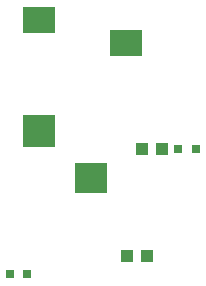
<source format=gbr>
G04 EAGLE Gerber RS-274X export*
G75*
%MOMM*%
%FSLAX34Y34*%
%LPD*%
%INSolderpaste Top*%
%IPPOS*%
%AMOC8*
5,1,8,0,0,1.08239X$1,22.5*%
G01*
%ADD10R,0.800000X0.800000*%
%ADD11R,1.100000X1.000000*%
%ADD12R,1.000000X1.100000*%
%ADD13R,2.800000X2.600000*%
%ADD14R,2.800000X2.200000*%
%ADD15R,2.800000X2.800000*%


D10*
X-61475Y68263D03*
X-46475Y68263D03*
D11*
X37538Y84138D03*
X54538Y84138D03*
D10*
X81400Y174625D03*
X96400Y174625D03*
D12*
X67238Y174625D03*
X50238Y174625D03*
D13*
X7500Y150050D03*
D14*
X37000Y264050D03*
X-37000Y284050D03*
D15*
X-37000Y190050D03*
M02*

</source>
